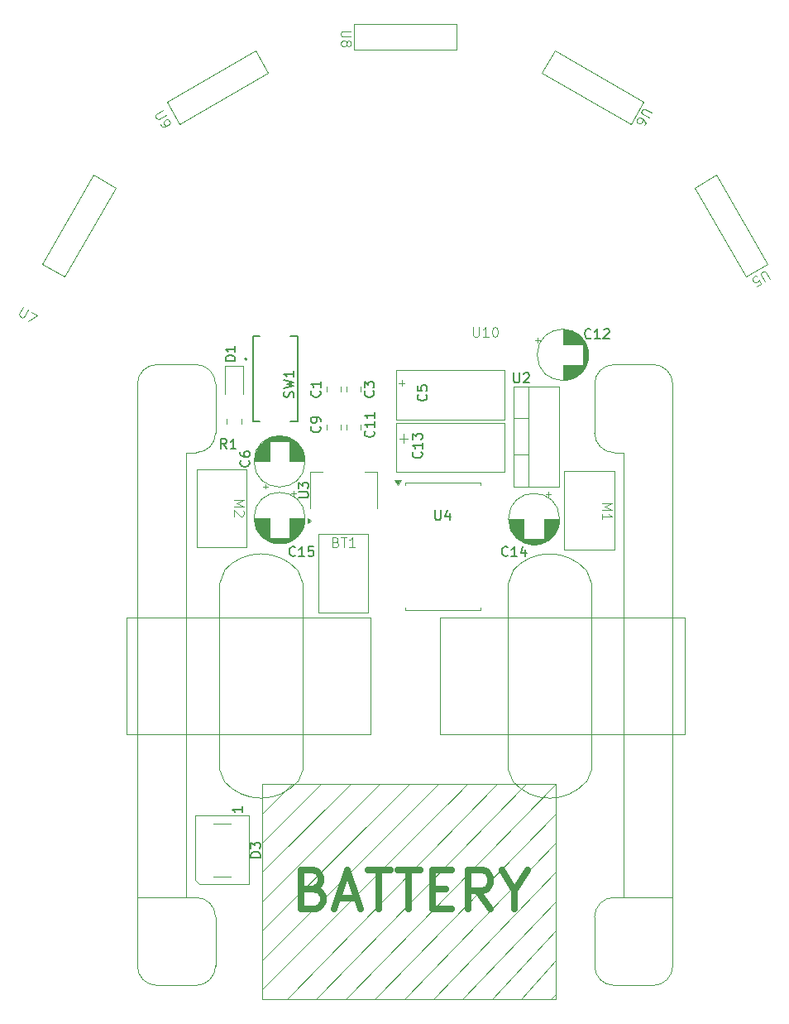
<source format=gbr>
%TF.GenerationSoftware,KiCad,Pcbnew,8.0.6*%
%TF.CreationDate,2025-03-04T23:13:55+07:00*%
%TF.ProjectId,micromouse,6d696372-6f6d-46f7-9573-652e6b696361,rev?*%
%TF.SameCoordinates,Original*%
%TF.FileFunction,Legend,Top*%
%TF.FilePolarity,Positive*%
%FSLAX46Y46*%
G04 Gerber Fmt 4.6, Leading zero omitted, Abs format (unit mm)*
G04 Created by KiCad (PCBNEW 8.0.6) date 2025-03-04 23:13:55*
%MOMM*%
%LPD*%
G01*
G04 APERTURE LIST*
%ADD10C,0.100000*%
%ADD11C,0.700000*%
%ADD12C,0.150000*%
%ADD13C,0.120000*%
%ADD14C,0.127000*%
%ADD15C,0.200000*%
G04 APERTURE END LIST*
D10*
X127099371Y-95643524D02*
G75*
G02*
X130850000Y-93950000I3750629J-3306476D01*
G01*
X157500000Y-139500000D02*
X161000000Y-135500000D01*
X165000000Y-131100000D02*
G75*
G02*
X167000000Y-129100000I2000000J0D01*
G01*
X164650000Y-96970000D02*
X164650000Y-115934000D01*
X123200000Y-129100000D02*
X118200000Y-129100000D01*
X134000000Y-117500000D02*
X131000000Y-120500000D01*
X134600629Y-95643524D02*
X135100000Y-96966000D01*
X140000000Y-117500000D02*
X131000000Y-126500000D01*
X126200000Y-136100000D02*
X126200000Y-131100000D01*
X127099371Y-117252476D02*
X126600000Y-115930000D01*
X131000000Y-135500000D02*
X149000000Y-117500000D01*
X131000000Y-129500000D02*
X143000000Y-117500000D01*
X171000000Y-74600000D02*
G75*
G02*
X173000000Y-76600000I0J-2000000D01*
G01*
X173000000Y-76600000D02*
X173000000Y-136100000D01*
X165000000Y-136100000D02*
X165000000Y-131100000D01*
X126200000Y-76600000D02*
X126200000Y-81600000D01*
X160400000Y-93954000D02*
G75*
G02*
X164150629Y-95647524I0J-5000000D01*
G01*
X120200000Y-138100000D02*
G75*
G02*
X118200000Y-136100000I0J2000000D01*
G01*
X120200000Y-138100000D02*
X124200000Y-138100000D01*
X124200000Y-129100000D02*
G75*
G02*
X126200000Y-131100000I0J-2000000D01*
G01*
X142500000Y-139500000D02*
X161000000Y-120500000D01*
X156649371Y-95647524D02*
G75*
G02*
X160400000Y-93954000I3750629J-3306476D01*
G01*
X124200000Y-83600000D02*
X123200000Y-83600000D01*
X164150629Y-95647524D02*
X164650000Y-96970000D01*
X145500000Y-139500000D02*
X161000000Y-123500000D01*
X168000000Y-83600000D02*
X168000000Y-129100000D01*
X130850000Y-118946000D02*
G75*
G02*
X127099371Y-117252476I0J5000000D01*
G01*
X134600629Y-117252476D02*
X135100000Y-115930000D01*
X160400000Y-118950000D02*
G75*
G02*
X156649371Y-117256476I0J5000000D01*
G01*
X164150629Y-117256476D02*
X164650000Y-115934000D01*
X164150629Y-117256476D02*
G75*
G02*
X160400000Y-118950000I-3750629J3306476D01*
G01*
X135100000Y-115930000D02*
X135100000Y-96966000D01*
X134600629Y-117252476D02*
G75*
G02*
X130850000Y-118946000I-3750629J3306476D01*
G01*
X152000000Y-117500000D02*
X150000000Y-119500000D01*
X131000000Y-132500000D02*
X146000000Y-117500000D01*
X131000000Y-138500000D02*
X152000000Y-117500000D01*
X155000000Y-117500000D02*
X133500000Y-139500000D01*
X139500000Y-139500000D02*
X161000000Y-117500000D01*
X167000000Y-83600000D02*
X168000000Y-83600000D01*
X161000000Y-132500000D02*
X154500000Y-139500000D01*
X118200000Y-76600000D02*
X118200000Y-136100000D01*
X156649371Y-95647524D02*
X156150000Y-96970000D01*
X171000000Y-138100000D02*
X167000000Y-138100000D01*
X160500000Y-139500000D02*
X161000000Y-139000000D01*
X126600000Y-96966000D02*
X126600000Y-115930000D01*
X167000000Y-138100000D02*
G75*
G02*
X165000000Y-136100000I0J2000000D01*
G01*
X168000000Y-129100000D02*
X173000000Y-129100000D01*
X136500000Y-139500000D02*
X158000000Y-117500000D01*
X124200000Y-74600000D02*
G75*
G02*
X126200000Y-76600000I0J-2000000D01*
G01*
X131000000Y-117500000D02*
X161000000Y-117500000D01*
X161000000Y-139500000D01*
X131000000Y-139500000D01*
X131000000Y-117500000D01*
X118200000Y-76600000D02*
G75*
G02*
X120200000Y-74600000I2000000J0D01*
G01*
X151500000Y-139500000D02*
X161000000Y-129500000D01*
X131000000Y-123500000D02*
X137000000Y-117500000D01*
X126200000Y-136100000D02*
G75*
G02*
X124200000Y-138100000I-2000000J0D01*
G01*
X127099371Y-95643524D02*
X126600000Y-96966000D01*
X167000000Y-83600000D02*
G75*
G02*
X165000000Y-81600000I0J2000000D01*
G01*
X120200000Y-74600000D02*
X124200000Y-74600000D01*
X156150000Y-96970000D02*
X156150000Y-115934000D01*
X171000000Y-74600000D02*
X167000000Y-74600000D01*
X117050000Y-100450000D02*
X142050000Y-100450000D01*
X142050000Y-112450000D01*
X117050000Y-112450000D01*
X117050000Y-100450000D01*
X123200000Y-83600000D02*
X123200000Y-129100000D01*
X173000000Y-136100000D02*
G75*
G02*
X171000000Y-138100000I-2000000J0D01*
G01*
X167000000Y-129100000D02*
X168000000Y-129100000D01*
X161000000Y-126500000D02*
X148500000Y-139500000D01*
X156649371Y-117256476D02*
X156150000Y-115934000D01*
X124200000Y-129100000D02*
X123200000Y-129100000D01*
X130850000Y-93950000D02*
G75*
G02*
X134600629Y-95643524I0J-5000000D01*
G01*
X149200000Y-100450000D02*
X174200000Y-100450000D01*
X174200000Y-112450000D01*
X149200000Y-112450000D01*
X149200000Y-100450000D01*
X143000000Y-117500000D02*
X141500000Y-119000000D01*
X165000000Y-76600000D02*
G75*
G02*
X167000000Y-74600000I2000000J0D01*
G01*
X126200000Y-81600000D02*
G75*
G02*
X124200000Y-83600000I-2000000J0D01*
G01*
X165000000Y-76600000D02*
X165000000Y-81600000D01*
D11*
X136250000Y-128218838D02*
X136821428Y-128409314D01*
X136821428Y-128409314D02*
X137011905Y-128599790D01*
X137011905Y-128599790D02*
X137202381Y-128980742D01*
X137202381Y-128980742D02*
X137202381Y-129552171D01*
X137202381Y-129552171D02*
X137011905Y-129933123D01*
X137011905Y-129933123D02*
X136821428Y-130123600D01*
X136821428Y-130123600D02*
X136440476Y-130314076D01*
X136440476Y-130314076D02*
X134916666Y-130314076D01*
X134916666Y-130314076D02*
X134916666Y-126314076D01*
X134916666Y-126314076D02*
X136250000Y-126314076D01*
X136250000Y-126314076D02*
X136630952Y-126504552D01*
X136630952Y-126504552D02*
X136821428Y-126695028D01*
X136821428Y-126695028D02*
X137011905Y-127075980D01*
X137011905Y-127075980D02*
X137011905Y-127456933D01*
X137011905Y-127456933D02*
X136821428Y-127837885D01*
X136821428Y-127837885D02*
X136630952Y-128028361D01*
X136630952Y-128028361D02*
X136250000Y-128218838D01*
X136250000Y-128218838D02*
X134916666Y-128218838D01*
X138726190Y-129171219D02*
X140630952Y-129171219D01*
X138345238Y-130314076D02*
X139678571Y-126314076D01*
X139678571Y-126314076D02*
X141011905Y-130314076D01*
X141773809Y-126314076D02*
X144059523Y-126314076D01*
X142916666Y-130314076D02*
X142916666Y-126314076D01*
X144821428Y-126314076D02*
X147107142Y-126314076D01*
X145964285Y-130314076D02*
X145964285Y-126314076D01*
X148440475Y-128218838D02*
X149773809Y-128218838D01*
X150345237Y-130314076D02*
X148440475Y-130314076D01*
X148440475Y-130314076D02*
X148440475Y-126314076D01*
X148440475Y-126314076D02*
X150345237Y-126314076D01*
X154345238Y-130314076D02*
X153011904Y-128409314D01*
X152059523Y-130314076D02*
X152059523Y-126314076D01*
X152059523Y-126314076D02*
X153583333Y-126314076D01*
X153583333Y-126314076D02*
X153964285Y-126504552D01*
X153964285Y-126504552D02*
X154154762Y-126695028D01*
X154154762Y-126695028D02*
X154345238Y-127075980D01*
X154345238Y-127075980D02*
X154345238Y-127647409D01*
X154345238Y-127647409D02*
X154154762Y-128028361D01*
X154154762Y-128028361D02*
X153964285Y-128218838D01*
X153964285Y-128218838D02*
X153583333Y-128409314D01*
X153583333Y-128409314D02*
X152059523Y-128409314D01*
X156821428Y-128409314D02*
X156821428Y-130314076D01*
X155488095Y-126314076D02*
X156821428Y-128409314D01*
X156821428Y-128409314D02*
X158154762Y-126314076D01*
D12*
X142339579Y-77291666D02*
X142387199Y-77339285D01*
X142387199Y-77339285D02*
X142434818Y-77482142D01*
X142434818Y-77482142D02*
X142434818Y-77577380D01*
X142434818Y-77577380D02*
X142387199Y-77720237D01*
X142387199Y-77720237D02*
X142291960Y-77815475D01*
X142291960Y-77815475D02*
X142196722Y-77863094D01*
X142196722Y-77863094D02*
X142006246Y-77910713D01*
X142006246Y-77910713D02*
X141863389Y-77910713D01*
X141863389Y-77910713D02*
X141672913Y-77863094D01*
X141672913Y-77863094D02*
X141577675Y-77815475D01*
X141577675Y-77815475D02*
X141482437Y-77720237D01*
X141482437Y-77720237D02*
X141434818Y-77577380D01*
X141434818Y-77577380D02*
X141434818Y-77482142D01*
X141434818Y-77482142D02*
X141482437Y-77339285D01*
X141482437Y-77339285D02*
X141530056Y-77291666D01*
X141434818Y-76958332D02*
X141434818Y-76339285D01*
X141434818Y-76339285D02*
X141815770Y-76672618D01*
X141815770Y-76672618D02*
X141815770Y-76529761D01*
X141815770Y-76529761D02*
X141863389Y-76434523D01*
X141863389Y-76434523D02*
X141911008Y-76386904D01*
X141911008Y-76386904D02*
X142006246Y-76339285D01*
X142006246Y-76339285D02*
X142244341Y-76339285D01*
X142244341Y-76339285D02*
X142339579Y-76386904D01*
X142339579Y-76386904D02*
X142387199Y-76434523D01*
X142387199Y-76434523D02*
X142434818Y-76529761D01*
X142434818Y-76529761D02*
X142434818Y-76815475D01*
X142434818Y-76815475D02*
X142387199Y-76910713D01*
X142387199Y-76910713D02*
X142339579Y-76958332D01*
X147259580Y-83542857D02*
X147307200Y-83590476D01*
X147307200Y-83590476D02*
X147354819Y-83733333D01*
X147354819Y-83733333D02*
X147354819Y-83828571D01*
X147354819Y-83828571D02*
X147307200Y-83971428D01*
X147307200Y-83971428D02*
X147211961Y-84066666D01*
X147211961Y-84066666D02*
X147116723Y-84114285D01*
X147116723Y-84114285D02*
X146926247Y-84161904D01*
X146926247Y-84161904D02*
X146783390Y-84161904D01*
X146783390Y-84161904D02*
X146592914Y-84114285D01*
X146592914Y-84114285D02*
X146497676Y-84066666D01*
X146497676Y-84066666D02*
X146402438Y-83971428D01*
X146402438Y-83971428D02*
X146354819Y-83828571D01*
X146354819Y-83828571D02*
X146354819Y-83733333D01*
X146354819Y-83733333D02*
X146402438Y-83590476D01*
X146402438Y-83590476D02*
X146450057Y-83542857D01*
X147354819Y-82590476D02*
X147354819Y-83161904D01*
X147354819Y-82876190D02*
X146354819Y-82876190D01*
X146354819Y-82876190D02*
X146497676Y-82971428D01*
X146497676Y-82971428D02*
X146592914Y-83066666D01*
X146592914Y-83066666D02*
X146640533Y-83161904D01*
X146354819Y-82257142D02*
X146354819Y-81638095D01*
X146354819Y-81638095D02*
X146735771Y-81971428D01*
X146735771Y-81971428D02*
X146735771Y-81828571D01*
X146735771Y-81828571D02*
X146783390Y-81733333D01*
X146783390Y-81733333D02*
X146831009Y-81685714D01*
X146831009Y-81685714D02*
X146926247Y-81638095D01*
X146926247Y-81638095D02*
X147164342Y-81638095D01*
X147164342Y-81638095D02*
X147259580Y-81685714D01*
X147259580Y-81685714D02*
X147307200Y-81733333D01*
X147307200Y-81733333D02*
X147354819Y-81828571D01*
X147354819Y-81828571D02*
X147354819Y-82114285D01*
X147354819Y-82114285D02*
X147307200Y-82209523D01*
X147307200Y-82209523D02*
X147259580Y-82257142D01*
X136859580Y-77291666D02*
X136907200Y-77339285D01*
X136907200Y-77339285D02*
X136954819Y-77482142D01*
X136954819Y-77482142D02*
X136954819Y-77577380D01*
X136954819Y-77577380D02*
X136907200Y-77720237D01*
X136907200Y-77720237D02*
X136811961Y-77815475D01*
X136811961Y-77815475D02*
X136716723Y-77863094D01*
X136716723Y-77863094D02*
X136526247Y-77910713D01*
X136526247Y-77910713D02*
X136383390Y-77910713D01*
X136383390Y-77910713D02*
X136192914Y-77863094D01*
X136192914Y-77863094D02*
X136097676Y-77815475D01*
X136097676Y-77815475D02*
X136002438Y-77720237D01*
X136002438Y-77720237D02*
X135954819Y-77577380D01*
X135954819Y-77577380D02*
X135954819Y-77482142D01*
X135954819Y-77482142D02*
X136002438Y-77339285D01*
X136002438Y-77339285D02*
X136050057Y-77291666D01*
X136954819Y-76339285D02*
X136954819Y-76910713D01*
X136954819Y-76624999D02*
X135954819Y-76624999D01*
X135954819Y-76624999D02*
X136097676Y-76720237D01*
X136097676Y-76720237D02*
X136192914Y-76815475D01*
X136192914Y-76815475D02*
X136240533Y-76910713D01*
X136859580Y-80916666D02*
X136907200Y-80964285D01*
X136907200Y-80964285D02*
X136954819Y-81107142D01*
X136954819Y-81107142D02*
X136954819Y-81202380D01*
X136954819Y-81202380D02*
X136907200Y-81345237D01*
X136907200Y-81345237D02*
X136811961Y-81440475D01*
X136811961Y-81440475D02*
X136716723Y-81488094D01*
X136716723Y-81488094D02*
X136526247Y-81535713D01*
X136526247Y-81535713D02*
X136383390Y-81535713D01*
X136383390Y-81535713D02*
X136192914Y-81488094D01*
X136192914Y-81488094D02*
X136097676Y-81440475D01*
X136097676Y-81440475D02*
X136002438Y-81345237D01*
X136002438Y-81345237D02*
X135954819Y-81202380D01*
X135954819Y-81202380D02*
X135954819Y-81107142D01*
X135954819Y-81107142D02*
X136002438Y-80964285D01*
X136002438Y-80964285D02*
X136050057Y-80916666D01*
X136954819Y-80440475D02*
X136954819Y-80249999D01*
X136954819Y-80249999D02*
X136907200Y-80154761D01*
X136907200Y-80154761D02*
X136859580Y-80107142D01*
X136859580Y-80107142D02*
X136716723Y-80011904D01*
X136716723Y-80011904D02*
X136526247Y-79964285D01*
X136526247Y-79964285D02*
X136145295Y-79964285D01*
X136145295Y-79964285D02*
X136050057Y-80011904D01*
X136050057Y-80011904D02*
X136002438Y-80059523D01*
X136002438Y-80059523D02*
X135954819Y-80154761D01*
X135954819Y-80154761D02*
X135954819Y-80345237D01*
X135954819Y-80345237D02*
X136002438Y-80440475D01*
X136002438Y-80440475D02*
X136050057Y-80488094D01*
X136050057Y-80488094D02*
X136145295Y-80535713D01*
X136145295Y-80535713D02*
X136383390Y-80535713D01*
X136383390Y-80535713D02*
X136478628Y-80488094D01*
X136478628Y-80488094D02*
X136526247Y-80440475D01*
X136526247Y-80440475D02*
X136573866Y-80345237D01*
X136573866Y-80345237D02*
X136573866Y-80154761D01*
X136573866Y-80154761D02*
X136526247Y-80059523D01*
X136526247Y-80059523D02*
X136478628Y-80011904D01*
X136478628Y-80011904D02*
X136383390Y-79964285D01*
D10*
X165742580Y-88770475D02*
X166742580Y-88770475D01*
X166742580Y-88770475D02*
X166028295Y-89103808D01*
X166028295Y-89103808D02*
X166742580Y-89437141D01*
X166742580Y-89437141D02*
X165742580Y-89437141D01*
X165742580Y-90437141D02*
X165742580Y-89865713D01*
X165742580Y-90151427D02*
X166742580Y-90151427D01*
X166742580Y-90151427D02*
X166599723Y-90056189D01*
X166599723Y-90056189D02*
X166504485Y-89960951D01*
X166504485Y-89960951D02*
X166456866Y-89865713D01*
X152561905Y-70757419D02*
X152561905Y-71566942D01*
X152561905Y-71566942D02*
X152609524Y-71662180D01*
X152609524Y-71662180D02*
X152657143Y-71709800D01*
X152657143Y-71709800D02*
X152752381Y-71757419D01*
X152752381Y-71757419D02*
X152942857Y-71757419D01*
X152942857Y-71757419D02*
X153038095Y-71709800D01*
X153038095Y-71709800D02*
X153085714Y-71662180D01*
X153085714Y-71662180D02*
X153133333Y-71566942D01*
X153133333Y-71566942D02*
X153133333Y-70757419D01*
X154133333Y-71757419D02*
X153561905Y-71757419D01*
X153847619Y-71757419D02*
X153847619Y-70757419D01*
X153847619Y-70757419D02*
X153752381Y-70900276D01*
X153752381Y-70900276D02*
X153657143Y-70995514D01*
X153657143Y-70995514D02*
X153561905Y-71043133D01*
X154752381Y-70757419D02*
X154847619Y-70757419D01*
X154847619Y-70757419D02*
X154942857Y-70805038D01*
X154942857Y-70805038D02*
X154990476Y-70852657D01*
X154990476Y-70852657D02*
X155038095Y-70947895D01*
X155038095Y-70947895D02*
X155085714Y-71138371D01*
X155085714Y-71138371D02*
X155085714Y-71376466D01*
X155085714Y-71376466D02*
X155038095Y-71566942D01*
X155038095Y-71566942D02*
X154990476Y-71662180D01*
X154990476Y-71662180D02*
X154942857Y-71709800D01*
X154942857Y-71709800D02*
X154847619Y-71757419D01*
X154847619Y-71757419D02*
X154752381Y-71757419D01*
X154752381Y-71757419D02*
X154657143Y-71709800D01*
X154657143Y-71709800D02*
X154609524Y-71662180D01*
X154609524Y-71662180D02*
X154561905Y-71566942D01*
X154561905Y-71566942D02*
X154514286Y-71376466D01*
X154514286Y-71376466D02*
X154514286Y-71138371D01*
X154514286Y-71138371D02*
X154561905Y-70947895D01*
X154561905Y-70947895D02*
X154609524Y-70852657D01*
X154609524Y-70852657D02*
X154657143Y-70805038D01*
X154657143Y-70805038D02*
X154752381Y-70757419D01*
D12*
X134157200Y-77933332D02*
X134204819Y-77790475D01*
X134204819Y-77790475D02*
X134204819Y-77552380D01*
X134204819Y-77552380D02*
X134157200Y-77457142D01*
X134157200Y-77457142D02*
X134109580Y-77409523D01*
X134109580Y-77409523D02*
X134014342Y-77361904D01*
X134014342Y-77361904D02*
X133919104Y-77361904D01*
X133919104Y-77361904D02*
X133823866Y-77409523D01*
X133823866Y-77409523D02*
X133776247Y-77457142D01*
X133776247Y-77457142D02*
X133728628Y-77552380D01*
X133728628Y-77552380D02*
X133681009Y-77742856D01*
X133681009Y-77742856D02*
X133633390Y-77838094D01*
X133633390Y-77838094D02*
X133585771Y-77885713D01*
X133585771Y-77885713D02*
X133490533Y-77933332D01*
X133490533Y-77933332D02*
X133395295Y-77933332D01*
X133395295Y-77933332D02*
X133300057Y-77885713D01*
X133300057Y-77885713D02*
X133252438Y-77838094D01*
X133252438Y-77838094D02*
X133204819Y-77742856D01*
X133204819Y-77742856D02*
X133204819Y-77504761D01*
X133204819Y-77504761D02*
X133252438Y-77361904D01*
X133204819Y-77028570D02*
X134204819Y-76790475D01*
X134204819Y-76790475D02*
X133490533Y-76599999D01*
X133490533Y-76599999D02*
X134204819Y-76409523D01*
X134204819Y-76409523D02*
X133204819Y-76171428D01*
X134204819Y-75266666D02*
X134204819Y-75838094D01*
X134204819Y-75552380D02*
X133204819Y-75552380D01*
X133204819Y-75552380D02*
X133347676Y-75647618D01*
X133347676Y-75647618D02*
X133442914Y-75742856D01*
X133442914Y-75742856D02*
X133490533Y-75838094D01*
X156738095Y-75454819D02*
X156738095Y-76264342D01*
X156738095Y-76264342D02*
X156785714Y-76359580D01*
X156785714Y-76359580D02*
X156833333Y-76407200D01*
X156833333Y-76407200D02*
X156928571Y-76454819D01*
X156928571Y-76454819D02*
X157119047Y-76454819D01*
X157119047Y-76454819D02*
X157214285Y-76407200D01*
X157214285Y-76407200D02*
X157261904Y-76359580D01*
X157261904Y-76359580D02*
X157309523Y-76264342D01*
X157309523Y-76264342D02*
X157309523Y-75454819D01*
X157738095Y-75550057D02*
X157785714Y-75502438D01*
X157785714Y-75502438D02*
X157880952Y-75454819D01*
X157880952Y-75454819D02*
X158119047Y-75454819D01*
X158119047Y-75454819D02*
X158214285Y-75502438D01*
X158214285Y-75502438D02*
X158261904Y-75550057D01*
X158261904Y-75550057D02*
X158309523Y-75645295D01*
X158309523Y-75645295D02*
X158309523Y-75740533D01*
X158309523Y-75740533D02*
X158261904Y-75883390D01*
X158261904Y-75883390D02*
X157690476Y-76454819D01*
X157690476Y-76454819D02*
X158309523Y-76454819D01*
X148688095Y-89504819D02*
X148688095Y-90314342D01*
X148688095Y-90314342D02*
X148735714Y-90409580D01*
X148735714Y-90409580D02*
X148783333Y-90457200D01*
X148783333Y-90457200D02*
X148878571Y-90504819D01*
X148878571Y-90504819D02*
X149069047Y-90504819D01*
X149069047Y-90504819D02*
X149164285Y-90457200D01*
X149164285Y-90457200D02*
X149211904Y-90409580D01*
X149211904Y-90409580D02*
X149259523Y-90314342D01*
X149259523Y-90314342D02*
X149259523Y-89504819D01*
X150164285Y-89838152D02*
X150164285Y-90504819D01*
X149926190Y-89457200D02*
X149688095Y-90171485D01*
X149688095Y-90171485D02*
X150307142Y-90171485D01*
X164607142Y-71859580D02*
X164559523Y-71907200D01*
X164559523Y-71907200D02*
X164416666Y-71954819D01*
X164416666Y-71954819D02*
X164321428Y-71954819D01*
X164321428Y-71954819D02*
X164178571Y-71907200D01*
X164178571Y-71907200D02*
X164083333Y-71811961D01*
X164083333Y-71811961D02*
X164035714Y-71716723D01*
X164035714Y-71716723D02*
X163988095Y-71526247D01*
X163988095Y-71526247D02*
X163988095Y-71383390D01*
X163988095Y-71383390D02*
X164035714Y-71192914D01*
X164035714Y-71192914D02*
X164083333Y-71097676D01*
X164083333Y-71097676D02*
X164178571Y-71002438D01*
X164178571Y-71002438D02*
X164321428Y-70954819D01*
X164321428Y-70954819D02*
X164416666Y-70954819D01*
X164416666Y-70954819D02*
X164559523Y-71002438D01*
X164559523Y-71002438D02*
X164607142Y-71050057D01*
X165559523Y-71954819D02*
X164988095Y-71954819D01*
X165273809Y-71954819D02*
X165273809Y-70954819D01*
X165273809Y-70954819D02*
X165178571Y-71097676D01*
X165178571Y-71097676D02*
X165083333Y-71192914D01*
X165083333Y-71192914D02*
X164988095Y-71240533D01*
X165940476Y-71050057D02*
X165988095Y-71002438D01*
X165988095Y-71002438D02*
X166083333Y-70954819D01*
X166083333Y-70954819D02*
X166321428Y-70954819D01*
X166321428Y-70954819D02*
X166416666Y-71002438D01*
X166416666Y-71002438D02*
X166464285Y-71050057D01*
X166464285Y-71050057D02*
X166511904Y-71145295D01*
X166511904Y-71145295D02*
X166511904Y-71240533D01*
X166511904Y-71240533D02*
X166464285Y-71383390D01*
X166464285Y-71383390D02*
X165892857Y-71954819D01*
X165892857Y-71954819D02*
X166511904Y-71954819D01*
X134357142Y-94109580D02*
X134309523Y-94157200D01*
X134309523Y-94157200D02*
X134166666Y-94204819D01*
X134166666Y-94204819D02*
X134071428Y-94204819D01*
X134071428Y-94204819D02*
X133928571Y-94157200D01*
X133928571Y-94157200D02*
X133833333Y-94061961D01*
X133833333Y-94061961D02*
X133785714Y-93966723D01*
X133785714Y-93966723D02*
X133738095Y-93776247D01*
X133738095Y-93776247D02*
X133738095Y-93633390D01*
X133738095Y-93633390D02*
X133785714Y-93442914D01*
X133785714Y-93442914D02*
X133833333Y-93347676D01*
X133833333Y-93347676D02*
X133928571Y-93252438D01*
X133928571Y-93252438D02*
X134071428Y-93204819D01*
X134071428Y-93204819D02*
X134166666Y-93204819D01*
X134166666Y-93204819D02*
X134309523Y-93252438D01*
X134309523Y-93252438D02*
X134357142Y-93300057D01*
X135309523Y-94204819D02*
X134738095Y-94204819D01*
X135023809Y-94204819D02*
X135023809Y-93204819D01*
X135023809Y-93204819D02*
X134928571Y-93347676D01*
X134928571Y-93347676D02*
X134833333Y-93442914D01*
X134833333Y-93442914D02*
X134738095Y-93490533D01*
X136214285Y-93204819D02*
X135738095Y-93204819D01*
X135738095Y-93204819D02*
X135690476Y-93681009D01*
X135690476Y-93681009D02*
X135738095Y-93633390D01*
X135738095Y-93633390D02*
X135833333Y-93585771D01*
X135833333Y-93585771D02*
X136071428Y-93585771D01*
X136071428Y-93585771D02*
X136166666Y-93633390D01*
X136166666Y-93633390D02*
X136214285Y-93681009D01*
X136214285Y-93681009D02*
X136261904Y-93776247D01*
X136261904Y-93776247D02*
X136261904Y-94014342D01*
X136261904Y-94014342D02*
X136214285Y-94109580D01*
X136214285Y-94109580D02*
X136166666Y-94157200D01*
X136166666Y-94157200D02*
X136071428Y-94204819D01*
X136071428Y-94204819D02*
X135833333Y-94204819D01*
X135833333Y-94204819D02*
X135738095Y-94157200D01*
X135738095Y-94157200D02*
X135690476Y-94109580D01*
D10*
X170850841Y-48861461D02*
X170149773Y-48456699D01*
X170149773Y-48456699D02*
X170043484Y-48450319D01*
X170043484Y-48450319D02*
X169978436Y-48467749D01*
X169978436Y-48467749D02*
X169889577Y-48526418D01*
X169889577Y-48526418D02*
X169794339Y-48691376D01*
X169794339Y-48691376D02*
X169787959Y-48797664D01*
X169787959Y-48797664D02*
X169805389Y-48862712D01*
X169805389Y-48862712D02*
X169864058Y-48951571D01*
X169864058Y-48951571D02*
X170565126Y-49356333D01*
X170112746Y-50139880D02*
X170207984Y-49974922D01*
X170207984Y-49974922D02*
X170214363Y-49868634D01*
X170214363Y-49868634D02*
X170196934Y-49803585D01*
X170196934Y-49803585D02*
X170120835Y-49649678D01*
X170120835Y-49649678D02*
X169979687Y-49513201D01*
X169979687Y-49513201D02*
X169649773Y-49322725D01*
X169649773Y-49322725D02*
X169543484Y-49316345D01*
X169543484Y-49316345D02*
X169478436Y-49333775D01*
X169478436Y-49333775D02*
X169389577Y-49392444D01*
X169389577Y-49392444D02*
X169294339Y-49557401D01*
X169294339Y-49557401D02*
X169287959Y-49663689D01*
X169287959Y-49663689D02*
X169305389Y-49728738D01*
X169305389Y-49728738D02*
X169364058Y-49817596D01*
X169364058Y-49817596D02*
X169570255Y-49936644D01*
X169570255Y-49936644D02*
X169676543Y-49943024D01*
X169676543Y-49943024D02*
X169741592Y-49925594D01*
X169741592Y-49925594D02*
X169830450Y-49866925D01*
X169830450Y-49866925D02*
X169925688Y-49701967D01*
X169925688Y-49701967D02*
X169932068Y-49595679D01*
X169932068Y-49595679D02*
X169914638Y-49530631D01*
X169914638Y-49530631D02*
X169855969Y-49441772D01*
D12*
X147759580Y-77666666D02*
X147807200Y-77714285D01*
X147807200Y-77714285D02*
X147854819Y-77857142D01*
X147854819Y-77857142D02*
X147854819Y-77952380D01*
X147854819Y-77952380D02*
X147807200Y-78095237D01*
X147807200Y-78095237D02*
X147711961Y-78190475D01*
X147711961Y-78190475D02*
X147616723Y-78238094D01*
X147616723Y-78238094D02*
X147426247Y-78285713D01*
X147426247Y-78285713D02*
X147283390Y-78285713D01*
X147283390Y-78285713D02*
X147092914Y-78238094D01*
X147092914Y-78238094D02*
X146997676Y-78190475D01*
X146997676Y-78190475D02*
X146902438Y-78095237D01*
X146902438Y-78095237D02*
X146854819Y-77952380D01*
X146854819Y-77952380D02*
X146854819Y-77857142D01*
X146854819Y-77857142D02*
X146902438Y-77714285D01*
X146902438Y-77714285D02*
X146950057Y-77666666D01*
X146854819Y-76761904D02*
X146854819Y-77238094D01*
X146854819Y-77238094D02*
X147331009Y-77285713D01*
X147331009Y-77285713D02*
X147283390Y-77238094D01*
X147283390Y-77238094D02*
X147235771Y-77142856D01*
X147235771Y-77142856D02*
X147235771Y-76904761D01*
X147235771Y-76904761D02*
X147283390Y-76809523D01*
X147283390Y-76809523D02*
X147331009Y-76761904D01*
X147331009Y-76761904D02*
X147426247Y-76714285D01*
X147426247Y-76714285D02*
X147664342Y-76714285D01*
X147664342Y-76714285D02*
X147759580Y-76761904D01*
X147759580Y-76761904D02*
X147807200Y-76809523D01*
X147807200Y-76809523D02*
X147854819Y-76904761D01*
X147854819Y-76904761D02*
X147854819Y-77142856D01*
X147854819Y-77142856D02*
X147807200Y-77238094D01*
X147807200Y-77238094D02*
X147759580Y-77285713D01*
X128204819Y-74238094D02*
X127204819Y-74238094D01*
X127204819Y-74238094D02*
X127204819Y-73999999D01*
X127204819Y-73999999D02*
X127252438Y-73857142D01*
X127252438Y-73857142D02*
X127347676Y-73761904D01*
X127347676Y-73761904D02*
X127442914Y-73714285D01*
X127442914Y-73714285D02*
X127633390Y-73666666D01*
X127633390Y-73666666D02*
X127776247Y-73666666D01*
X127776247Y-73666666D02*
X127966723Y-73714285D01*
X127966723Y-73714285D02*
X128061961Y-73761904D01*
X128061961Y-73761904D02*
X128157200Y-73857142D01*
X128157200Y-73857142D02*
X128204819Y-73999999D01*
X128204819Y-73999999D02*
X128204819Y-74238094D01*
X128204819Y-72714285D02*
X128204819Y-73285713D01*
X128204819Y-72999999D02*
X127204819Y-72999999D01*
X127204819Y-72999999D02*
X127347676Y-73095237D01*
X127347676Y-73095237D02*
X127442914Y-73190475D01*
X127442914Y-73190475D02*
X127490533Y-73285713D01*
X142359580Y-81392857D02*
X142407200Y-81440476D01*
X142407200Y-81440476D02*
X142454819Y-81583333D01*
X142454819Y-81583333D02*
X142454819Y-81678571D01*
X142454819Y-81678571D02*
X142407200Y-81821428D01*
X142407200Y-81821428D02*
X142311961Y-81916666D01*
X142311961Y-81916666D02*
X142216723Y-81964285D01*
X142216723Y-81964285D02*
X142026247Y-82011904D01*
X142026247Y-82011904D02*
X141883390Y-82011904D01*
X141883390Y-82011904D02*
X141692914Y-81964285D01*
X141692914Y-81964285D02*
X141597676Y-81916666D01*
X141597676Y-81916666D02*
X141502438Y-81821428D01*
X141502438Y-81821428D02*
X141454819Y-81678571D01*
X141454819Y-81678571D02*
X141454819Y-81583333D01*
X141454819Y-81583333D02*
X141502438Y-81440476D01*
X141502438Y-81440476D02*
X141550057Y-81392857D01*
X142454819Y-80440476D02*
X142454819Y-81011904D01*
X142454819Y-80726190D02*
X141454819Y-80726190D01*
X141454819Y-80726190D02*
X141597676Y-80821428D01*
X141597676Y-80821428D02*
X141692914Y-80916666D01*
X141692914Y-80916666D02*
X141740533Y-81011904D01*
X142454819Y-79488095D02*
X142454819Y-80059523D01*
X142454819Y-79773809D02*
X141454819Y-79773809D01*
X141454819Y-79773809D02*
X141597676Y-79869047D01*
X141597676Y-79869047D02*
X141692914Y-79964285D01*
X141692914Y-79964285D02*
X141740533Y-80059523D01*
D10*
X138514285Y-92743607D02*
X138657142Y-92791226D01*
X138657142Y-92791226D02*
X138704761Y-92838845D01*
X138704761Y-92838845D02*
X138752380Y-92934083D01*
X138752380Y-92934083D02*
X138752380Y-93076940D01*
X138752380Y-93076940D02*
X138704761Y-93172178D01*
X138704761Y-93172178D02*
X138657142Y-93219798D01*
X138657142Y-93219798D02*
X138561904Y-93267417D01*
X138561904Y-93267417D02*
X138180952Y-93267417D01*
X138180952Y-93267417D02*
X138180952Y-92267417D01*
X138180952Y-92267417D02*
X138514285Y-92267417D01*
X138514285Y-92267417D02*
X138609523Y-92315036D01*
X138609523Y-92315036D02*
X138657142Y-92362655D01*
X138657142Y-92362655D02*
X138704761Y-92457893D01*
X138704761Y-92457893D02*
X138704761Y-92553131D01*
X138704761Y-92553131D02*
X138657142Y-92648369D01*
X138657142Y-92648369D02*
X138609523Y-92695988D01*
X138609523Y-92695988D02*
X138514285Y-92743607D01*
X138514285Y-92743607D02*
X138180952Y-92743607D01*
X139038095Y-92267417D02*
X139609523Y-92267417D01*
X139323809Y-93267417D02*
X139323809Y-92267417D01*
X140466666Y-93267417D02*
X139895238Y-93267417D01*
X140180952Y-93267417D02*
X140180952Y-92267417D01*
X140180952Y-92267417D02*
X140085714Y-92410274D01*
X140085714Y-92410274D02*
X139990476Y-92505512D01*
X139990476Y-92505512D02*
X139895238Y-92553131D01*
X106516461Y-68720368D02*
X106111699Y-69421436D01*
X106111699Y-69421436D02*
X106105319Y-69527725D01*
X106105319Y-69527725D02*
X106122749Y-69592773D01*
X106122749Y-69592773D02*
X106181418Y-69681632D01*
X106181418Y-69681632D02*
X106346376Y-69776870D01*
X106346376Y-69776870D02*
X106452664Y-69783250D01*
X106452664Y-69783250D02*
X106517712Y-69765820D01*
X106517712Y-69765820D02*
X106606571Y-69707151D01*
X106606571Y-69707151D02*
X107011333Y-69006083D01*
X107341247Y-69196559D02*
X107918597Y-69529892D01*
X107918597Y-69529892D02*
X107047444Y-70181632D01*
X120838936Y-48568880D02*
X120137868Y-48973642D01*
X120137868Y-48973642D02*
X120079199Y-49062500D01*
X120079199Y-49062500D02*
X120061769Y-49127549D01*
X120061769Y-49127549D02*
X120068149Y-49233837D01*
X120068149Y-49233837D02*
X120163387Y-49398795D01*
X120163387Y-49398795D02*
X120252245Y-49457464D01*
X120252245Y-49457464D02*
X120317294Y-49474893D01*
X120317294Y-49474893D02*
X120423582Y-49468514D01*
X120423582Y-49468514D02*
X121124650Y-49063752D01*
X120520530Y-50017384D02*
X120615768Y-50182341D01*
X120615768Y-50182341D02*
X120704626Y-50241010D01*
X120704626Y-50241010D02*
X120769675Y-50258440D01*
X120769675Y-50258440D02*
X120941012Y-50269490D01*
X120941012Y-50269490D02*
X121129779Y-50215491D01*
X121129779Y-50215491D02*
X121459693Y-50025015D01*
X121459693Y-50025015D02*
X121518362Y-49936157D01*
X121518362Y-49936157D02*
X121535792Y-49871108D01*
X121535792Y-49871108D02*
X121529412Y-49764820D01*
X121529412Y-49764820D02*
X121434174Y-49599863D01*
X121434174Y-49599863D02*
X121345316Y-49541194D01*
X121345316Y-49541194D02*
X121280267Y-49523764D01*
X121280267Y-49523764D02*
X121173979Y-49530144D01*
X121173979Y-49530144D02*
X120967782Y-49649191D01*
X120967782Y-49649191D02*
X120909113Y-49738050D01*
X120909113Y-49738050D02*
X120891683Y-49803098D01*
X120891683Y-49803098D02*
X120898063Y-49909387D01*
X120898063Y-49909387D02*
X120993301Y-50074344D01*
X120993301Y-50074344D02*
X121082160Y-50133013D01*
X121082160Y-50133013D02*
X121147208Y-50150443D01*
X121147208Y-50150443D02*
X121253497Y-50144063D01*
D12*
X134704819Y-88211903D02*
X135514342Y-88211903D01*
X135514342Y-88211903D02*
X135609580Y-88164284D01*
X135609580Y-88164284D02*
X135657200Y-88116665D01*
X135657200Y-88116665D02*
X135704819Y-88021427D01*
X135704819Y-88021427D02*
X135704819Y-87830951D01*
X135704819Y-87830951D02*
X135657200Y-87735713D01*
X135657200Y-87735713D02*
X135609580Y-87688094D01*
X135609580Y-87688094D02*
X135514342Y-87640475D01*
X135514342Y-87640475D02*
X134704819Y-87640475D01*
X134704819Y-87259522D02*
X134704819Y-86640475D01*
X134704819Y-86640475D02*
X135085771Y-86973808D01*
X135085771Y-86973808D02*
X135085771Y-86830951D01*
X135085771Y-86830951D02*
X135133390Y-86735713D01*
X135133390Y-86735713D02*
X135181009Y-86688094D01*
X135181009Y-86688094D02*
X135276247Y-86640475D01*
X135276247Y-86640475D02*
X135514342Y-86640475D01*
X135514342Y-86640475D02*
X135609580Y-86688094D01*
X135609580Y-86688094D02*
X135657200Y-86735713D01*
X135657200Y-86735713D02*
X135704819Y-86830951D01*
X135704819Y-86830951D02*
X135704819Y-87116665D01*
X135704819Y-87116665D02*
X135657200Y-87211903D01*
X135657200Y-87211903D02*
X135609580Y-87259522D01*
D10*
X182931119Y-65838936D02*
X182526357Y-65137868D01*
X182526357Y-65137868D02*
X182437499Y-65079199D01*
X182437499Y-65079199D02*
X182372450Y-65061769D01*
X182372450Y-65061769D02*
X182266162Y-65068149D01*
X182266162Y-65068149D02*
X182101204Y-65163387D01*
X182101204Y-65163387D02*
X182042535Y-65252245D01*
X182042535Y-65252245D02*
X182025106Y-65317294D01*
X182025106Y-65317294D02*
X182031485Y-65423582D01*
X182031485Y-65423582D02*
X182436247Y-66124650D01*
X181611461Y-66600841D02*
X182023854Y-66362746D01*
X182023854Y-66362746D02*
X181826998Y-65926543D01*
X181826998Y-65926543D02*
X181809568Y-65991592D01*
X181809568Y-65991592D02*
X181750899Y-66080450D01*
X181750899Y-66080450D02*
X181544703Y-66199498D01*
X181544703Y-66199498D02*
X181438415Y-66205877D01*
X181438415Y-66205877D02*
X181373366Y-66188448D01*
X181373366Y-66188448D02*
X181284508Y-66129779D01*
X181284508Y-66129779D02*
X181165460Y-65923582D01*
X181165460Y-65923582D02*
X181159080Y-65817294D01*
X181159080Y-65817294D02*
X181176510Y-65752245D01*
X181176510Y-65752245D02*
X181235179Y-65663387D01*
X181235179Y-65663387D02*
X181441376Y-65544339D01*
X181441376Y-65544339D02*
X181547664Y-65537959D01*
X181547664Y-65537959D02*
X181612713Y-65555389D01*
D12*
X129609580Y-84416666D02*
X129657200Y-84464285D01*
X129657200Y-84464285D02*
X129704819Y-84607142D01*
X129704819Y-84607142D02*
X129704819Y-84702380D01*
X129704819Y-84702380D02*
X129657200Y-84845237D01*
X129657200Y-84845237D02*
X129561961Y-84940475D01*
X129561961Y-84940475D02*
X129466723Y-84988094D01*
X129466723Y-84988094D02*
X129276247Y-85035713D01*
X129276247Y-85035713D02*
X129133390Y-85035713D01*
X129133390Y-85035713D02*
X128942914Y-84988094D01*
X128942914Y-84988094D02*
X128847676Y-84940475D01*
X128847676Y-84940475D02*
X128752438Y-84845237D01*
X128752438Y-84845237D02*
X128704819Y-84702380D01*
X128704819Y-84702380D02*
X128704819Y-84607142D01*
X128704819Y-84607142D02*
X128752438Y-84464285D01*
X128752438Y-84464285D02*
X128800057Y-84416666D01*
X128704819Y-83559523D02*
X128704819Y-83749999D01*
X128704819Y-83749999D02*
X128752438Y-83845237D01*
X128752438Y-83845237D02*
X128800057Y-83892856D01*
X128800057Y-83892856D02*
X128942914Y-83988094D01*
X128942914Y-83988094D02*
X129133390Y-84035713D01*
X129133390Y-84035713D02*
X129514342Y-84035713D01*
X129514342Y-84035713D02*
X129609580Y-83988094D01*
X129609580Y-83988094D02*
X129657200Y-83940475D01*
X129657200Y-83940475D02*
X129704819Y-83845237D01*
X129704819Y-83845237D02*
X129704819Y-83654761D01*
X129704819Y-83654761D02*
X129657200Y-83559523D01*
X129657200Y-83559523D02*
X129609580Y-83511904D01*
X129609580Y-83511904D02*
X129514342Y-83464285D01*
X129514342Y-83464285D02*
X129276247Y-83464285D01*
X129276247Y-83464285D02*
X129181009Y-83511904D01*
X129181009Y-83511904D02*
X129133390Y-83559523D01*
X129133390Y-83559523D02*
X129085771Y-83654761D01*
X129085771Y-83654761D02*
X129085771Y-83845237D01*
X129085771Y-83845237D02*
X129133390Y-83940475D01*
X129133390Y-83940475D02*
X129181009Y-83988094D01*
X129181009Y-83988094D02*
X129276247Y-84035713D01*
X130804819Y-124988094D02*
X129804819Y-124988094D01*
X129804819Y-124988094D02*
X129804819Y-124749999D01*
X129804819Y-124749999D02*
X129852438Y-124607142D01*
X129852438Y-124607142D02*
X129947676Y-124511904D01*
X129947676Y-124511904D02*
X130042914Y-124464285D01*
X130042914Y-124464285D02*
X130233390Y-124416666D01*
X130233390Y-124416666D02*
X130376247Y-124416666D01*
X130376247Y-124416666D02*
X130566723Y-124464285D01*
X130566723Y-124464285D02*
X130661961Y-124511904D01*
X130661961Y-124511904D02*
X130757200Y-124607142D01*
X130757200Y-124607142D02*
X130804819Y-124749999D01*
X130804819Y-124749999D02*
X130804819Y-124988094D01*
X129804819Y-124083332D02*
X129804819Y-123464285D01*
X129804819Y-123464285D02*
X130185771Y-123797618D01*
X130185771Y-123797618D02*
X130185771Y-123654761D01*
X130185771Y-123654761D02*
X130233390Y-123559523D01*
X130233390Y-123559523D02*
X130281009Y-123511904D01*
X130281009Y-123511904D02*
X130376247Y-123464285D01*
X130376247Y-123464285D02*
X130614342Y-123464285D01*
X130614342Y-123464285D02*
X130709580Y-123511904D01*
X130709580Y-123511904D02*
X130757200Y-123559523D01*
X130757200Y-123559523D02*
X130804819Y-123654761D01*
X130804819Y-123654761D02*
X130804819Y-123940475D01*
X130804819Y-123940475D02*
X130757200Y-124035713D01*
X130757200Y-124035713D02*
X130709580Y-124083332D01*
X128904819Y-119814285D02*
X128904819Y-120385713D01*
X128904819Y-120099999D02*
X127904819Y-120099999D01*
X127904819Y-120099999D02*
X128047676Y-120195237D01*
X128047676Y-120195237D02*
X128142914Y-120290475D01*
X128142914Y-120290475D02*
X128190533Y-120385713D01*
D10*
X128092580Y-88440476D02*
X129092580Y-88440476D01*
X129092580Y-88440476D02*
X128378295Y-88773809D01*
X128378295Y-88773809D02*
X129092580Y-89107142D01*
X129092580Y-89107142D02*
X128092580Y-89107142D01*
X128997342Y-89535714D02*
X129044961Y-89583333D01*
X129044961Y-89583333D02*
X129092580Y-89678571D01*
X129092580Y-89678571D02*
X129092580Y-89916666D01*
X129092580Y-89916666D02*
X129044961Y-90011904D01*
X129044961Y-90011904D02*
X128997342Y-90059523D01*
X128997342Y-90059523D02*
X128902104Y-90107142D01*
X128902104Y-90107142D02*
X128806866Y-90107142D01*
X128806866Y-90107142D02*
X128664009Y-90059523D01*
X128664009Y-90059523D02*
X128092580Y-89488095D01*
X128092580Y-89488095D02*
X128092580Y-90107142D01*
D12*
X127333333Y-83204819D02*
X127000000Y-82728628D01*
X126761905Y-83204819D02*
X126761905Y-82204819D01*
X126761905Y-82204819D02*
X127142857Y-82204819D01*
X127142857Y-82204819D02*
X127238095Y-82252438D01*
X127238095Y-82252438D02*
X127285714Y-82300057D01*
X127285714Y-82300057D02*
X127333333Y-82395295D01*
X127333333Y-82395295D02*
X127333333Y-82538152D01*
X127333333Y-82538152D02*
X127285714Y-82633390D01*
X127285714Y-82633390D02*
X127238095Y-82681009D01*
X127238095Y-82681009D02*
X127142857Y-82728628D01*
X127142857Y-82728628D02*
X126761905Y-82728628D01*
X128285714Y-83204819D02*
X127714286Y-83204819D01*
X128000000Y-83204819D02*
X128000000Y-82204819D01*
X128000000Y-82204819D02*
X127904762Y-82347676D01*
X127904762Y-82347676D02*
X127809524Y-82442914D01*
X127809524Y-82442914D02*
X127714286Y-82490533D01*
X156107142Y-94109580D02*
X156059523Y-94157200D01*
X156059523Y-94157200D02*
X155916666Y-94204819D01*
X155916666Y-94204819D02*
X155821428Y-94204819D01*
X155821428Y-94204819D02*
X155678571Y-94157200D01*
X155678571Y-94157200D02*
X155583333Y-94061961D01*
X155583333Y-94061961D02*
X155535714Y-93966723D01*
X155535714Y-93966723D02*
X155488095Y-93776247D01*
X155488095Y-93776247D02*
X155488095Y-93633390D01*
X155488095Y-93633390D02*
X155535714Y-93442914D01*
X155535714Y-93442914D02*
X155583333Y-93347676D01*
X155583333Y-93347676D02*
X155678571Y-93252438D01*
X155678571Y-93252438D02*
X155821428Y-93204819D01*
X155821428Y-93204819D02*
X155916666Y-93204819D01*
X155916666Y-93204819D02*
X156059523Y-93252438D01*
X156059523Y-93252438D02*
X156107142Y-93300057D01*
X157059523Y-94204819D02*
X156488095Y-94204819D01*
X156773809Y-94204819D02*
X156773809Y-93204819D01*
X156773809Y-93204819D02*
X156678571Y-93347676D01*
X156678571Y-93347676D02*
X156583333Y-93442914D01*
X156583333Y-93442914D02*
X156488095Y-93490533D01*
X157916666Y-93538152D02*
X157916666Y-94204819D01*
X157678571Y-93157200D02*
X157440476Y-93871485D01*
X157440476Y-93871485D02*
X158059523Y-93871485D01*
D10*
X140042580Y-40488095D02*
X139233057Y-40488095D01*
X139233057Y-40488095D02*
X139137819Y-40535714D01*
X139137819Y-40535714D02*
X139090200Y-40583333D01*
X139090200Y-40583333D02*
X139042580Y-40678571D01*
X139042580Y-40678571D02*
X139042580Y-40869047D01*
X139042580Y-40869047D02*
X139090200Y-40964285D01*
X139090200Y-40964285D02*
X139137819Y-41011904D01*
X139137819Y-41011904D02*
X139233057Y-41059523D01*
X139233057Y-41059523D02*
X140042580Y-41059523D01*
X139614009Y-41678571D02*
X139661628Y-41583333D01*
X139661628Y-41583333D02*
X139709247Y-41535714D01*
X139709247Y-41535714D02*
X139804485Y-41488095D01*
X139804485Y-41488095D02*
X139852104Y-41488095D01*
X139852104Y-41488095D02*
X139947342Y-41535714D01*
X139947342Y-41535714D02*
X139994961Y-41583333D01*
X139994961Y-41583333D02*
X140042580Y-41678571D01*
X140042580Y-41678571D02*
X140042580Y-41869047D01*
X140042580Y-41869047D02*
X139994961Y-41964285D01*
X139994961Y-41964285D02*
X139947342Y-42011904D01*
X139947342Y-42011904D02*
X139852104Y-42059523D01*
X139852104Y-42059523D02*
X139804485Y-42059523D01*
X139804485Y-42059523D02*
X139709247Y-42011904D01*
X139709247Y-42011904D02*
X139661628Y-41964285D01*
X139661628Y-41964285D02*
X139614009Y-41869047D01*
X139614009Y-41869047D02*
X139614009Y-41678571D01*
X139614009Y-41678571D02*
X139566390Y-41583333D01*
X139566390Y-41583333D02*
X139518771Y-41535714D01*
X139518771Y-41535714D02*
X139423533Y-41488095D01*
X139423533Y-41488095D02*
X139233057Y-41488095D01*
X139233057Y-41488095D02*
X139137819Y-41535714D01*
X139137819Y-41535714D02*
X139090200Y-41583333D01*
X139090200Y-41583333D02*
X139042580Y-41678571D01*
X139042580Y-41678571D02*
X139042580Y-41869047D01*
X139042580Y-41869047D02*
X139090200Y-41964285D01*
X139090200Y-41964285D02*
X139137819Y-42011904D01*
X139137819Y-42011904D02*
X139233057Y-42059523D01*
X139233057Y-42059523D02*
X139423533Y-42059523D01*
X139423533Y-42059523D02*
X139518771Y-42011904D01*
X139518771Y-42011904D02*
X139566390Y-41964285D01*
X139566390Y-41964285D02*
X139614009Y-41869047D01*
D13*
%TO.C,C3*%
X139565000Y-76863747D02*
X139565000Y-77386253D01*
X141035000Y-76863747D02*
X141035000Y-77386253D01*
D10*
%TO.C,C13*%
X145450000Y-81700000D02*
X145449999Y-82600000D01*
X145900000Y-82150000D02*
X145000000Y-82150000D01*
X155800000Y-85600000D02*
X144700000Y-85600000D01*
X144700000Y-80600000D01*
X155800000Y-80600000D01*
X155800000Y-85600000D01*
D13*
%TO.C,C1*%
X137564997Y-76863747D02*
X137564997Y-77386253D01*
X139034997Y-76863747D02*
X139034997Y-77386253D01*
%TO.C,C9*%
X137565000Y-80738747D02*
X137565000Y-81261253D01*
X139035000Y-80738747D02*
X139035000Y-81261253D01*
D10*
%TO.C,M1*%
X161850000Y-85529999D02*
X161850000Y-93529999D01*
X167000001Y-85529999D02*
X161850000Y-85529999D01*
X167000001Y-93529999D02*
X161850000Y-93529999D01*
X167000001Y-93529999D02*
X167000001Y-85529999D01*
D14*
%TO.C,SW1*%
X130000000Y-71650001D02*
X130000000Y-80450001D01*
X130000000Y-71650001D02*
X130750000Y-71650001D01*
X130000000Y-80450001D02*
X130750000Y-80450001D01*
X134600000Y-71650001D02*
X133850000Y-71650001D01*
X134600000Y-80450001D02*
X133850000Y-80450001D01*
X134600000Y-80450001D02*
X134600000Y-71650001D01*
D15*
X129400000Y-74050001D02*
G75*
G02*
X129200000Y-74050001I-100000J0D01*
G01*
X129200000Y-74050001D02*
G75*
G02*
X129400000Y-74050001I100000J0D01*
G01*
D13*
%TO.C,U2*%
X156730000Y-76840000D02*
X161370999Y-76840000D01*
X156730000Y-80109000D02*
X158240000Y-80109000D01*
X156730000Y-83810000D02*
X158240000Y-83810000D01*
X156730000Y-87080000D02*
X156730000Y-76840000D01*
X156730000Y-87080000D02*
X161371000Y-87080000D01*
X158240001Y-87080000D02*
X158240000Y-76840000D01*
X161371000Y-87080000D02*
X161370999Y-76840000D01*
%TO.C,U4*%
X145640000Y-86690000D02*
X145640000Y-86925000D01*
X145640000Y-99710000D02*
X145640000Y-99475000D01*
X149500000Y-86690000D02*
X145640000Y-86690000D01*
X149500000Y-86690000D02*
X153360000Y-86690000D01*
X149500000Y-99710000D02*
X145640000Y-99710000D01*
X149500000Y-99710000D02*
X153360000Y-99710000D01*
X153360000Y-86690000D02*
X153360000Y-86925000D01*
X153360000Y-99710000D02*
X153360000Y-99475000D01*
X144850000Y-86924999D02*
X144510000Y-86455000D01*
X145190000Y-86455000D01*
X144850000Y-86924999D01*
G36*
X144850000Y-86924999D02*
G01*
X144510000Y-86455000D01*
X145190000Y-86455000D01*
X144850000Y-86924999D01*
G37*
%TO.C,C12*%
X158945225Y-72125000D02*
X159445225Y-72125000D01*
X159195225Y-71875000D02*
X159195225Y-72375000D01*
X161750000Y-71020000D02*
X161750000Y-72560000D01*
X161750000Y-74640000D02*
X161750000Y-76180000D01*
X161790000Y-71020000D02*
X161790000Y-72560000D01*
X161790000Y-74640000D02*
X161790000Y-76180000D01*
X161830000Y-71021000D02*
X161830000Y-72560000D01*
X161830000Y-74640000D02*
X161830000Y-76179000D01*
X161870000Y-71022000D02*
X161870000Y-72560000D01*
X161870000Y-74640000D02*
X161870000Y-76178000D01*
X161910000Y-71024000D02*
X161910000Y-72560000D01*
X161910000Y-74640000D02*
X161910000Y-76176000D01*
X161950000Y-71027000D02*
X161950000Y-72560000D01*
X161950000Y-74640000D02*
X161950000Y-76173000D01*
X161990000Y-71031000D02*
X161990000Y-72560000D01*
X161990000Y-74640000D02*
X161990000Y-76169000D01*
X162030000Y-71035000D02*
X162030000Y-72560000D01*
X162030000Y-74640000D02*
X162030000Y-76165000D01*
X162070000Y-71039000D02*
X162070000Y-72560000D01*
X162070000Y-74640000D02*
X162070000Y-76161000D01*
X162110000Y-71044000D02*
X162110000Y-72560000D01*
X162110000Y-74640000D02*
X162110000Y-76156000D01*
X162150000Y-71050000D02*
X162150000Y-72560000D01*
X162150000Y-74640000D02*
X162150000Y-76150000D01*
X162190000Y-71057000D02*
X162190000Y-72560000D01*
X162190000Y-74640000D02*
X162190000Y-76143000D01*
X162230000Y-71064000D02*
X162230000Y-72560000D01*
X162230000Y-74640000D02*
X162230000Y-76136000D01*
X162270000Y-71072000D02*
X162270000Y-72560000D01*
X162270000Y-74640000D02*
X162270000Y-76128000D01*
X162310000Y-71080000D02*
X162310000Y-72560000D01*
X162310000Y-74640000D02*
X162310000Y-76120000D01*
X162350000Y-71089000D02*
X162350000Y-72560000D01*
X162350000Y-74640000D02*
X162350000Y-76111000D01*
X162390000Y-71099000D02*
X162390000Y-72560000D01*
X162390000Y-74640000D02*
X162390000Y-76101000D01*
X162430000Y-71109000D02*
X162430000Y-72560000D01*
X162430000Y-74640000D02*
X162430000Y-76091000D01*
X162471000Y-71120000D02*
X162471000Y-72560000D01*
X162471000Y-74640000D02*
X162471000Y-76080000D01*
X162511000Y-71132000D02*
X162511000Y-72560000D01*
X162511000Y-74640000D02*
X162511000Y-76068000D01*
X162551000Y-71145000D02*
X162551000Y-72560000D01*
X162551000Y-74640000D02*
X162551000Y-76055000D01*
X162591000Y-71158000D02*
X162591000Y-72560000D01*
X162591000Y-74640000D02*
X162591000Y-76042000D01*
X162631000Y-71172000D02*
X162631000Y-72560000D01*
X162631000Y-74640000D02*
X162631000Y-76028000D01*
X162671000Y-71186000D02*
X162671000Y-72560000D01*
X162671000Y-74640000D02*
X162671000Y-76014000D01*
X162711000Y-71202000D02*
X162711000Y-72560000D01*
X162711000Y-74640000D02*
X162711000Y-75998000D01*
X162751000Y-71218000D02*
X162751000Y-72560000D01*
X162751000Y-74640000D02*
X162751000Y-75982000D01*
X162791000Y-71235000D02*
X162791000Y-72560000D01*
X162791000Y-74640000D02*
X162791000Y-75965000D01*
X162831000Y-71252000D02*
X162831000Y-72560000D01*
X162831000Y-74640000D02*
X162831000Y-75948000D01*
X162871000Y-71271000D02*
X162871000Y-72560000D01*
X162871000Y-74640000D02*
X162871000Y-75929000D01*
X162911000Y-71290000D02*
X162911000Y-72560000D01*
X162911000Y-74640000D02*
X162911000Y-75910000D01*
X162951000Y-71310000D02*
X162951000Y-72560000D01*
X162951000Y-74640000D02*
X162951000Y-75890000D01*
X162991000Y-71332000D02*
X162991000Y-72560000D01*
X162991000Y-74640000D02*
X162991000Y-75868000D01*
X163031000Y-71353000D02*
X163031000Y-72560000D01*
X163031000Y-74640000D02*
X163031000Y-75847000D01*
X163071000Y-71376000D02*
X163071000Y-72560000D01*
X163071000Y-74640000D02*
X163071000Y-75824000D01*
X163111000Y-71400000D02*
X163111000Y-72560000D01*
X163111000Y-74640000D02*
X163111000Y-75800000D01*
X163151000Y-71425000D02*
X163151000Y-72560000D01*
X163151000Y-74640000D02*
X163151000Y-75775000D01*
X163191000Y-71451000D02*
X163191000Y-72560000D01*
X163191000Y-74640000D02*
X163191000Y-75749000D01*
X163231000Y-71478000D02*
X163231000Y-72560000D01*
X163231000Y-74640000D02*
X163231000Y-75722000D01*
X163271000Y-71505000D02*
X163271000Y-72560000D01*
X163271000Y-74640000D02*
X163271000Y-75695000D01*
X163311000Y-71535000D02*
X163311000Y-72560000D01*
X163311000Y-74640000D02*
X163311000Y-75665000D01*
X163351000Y-71565000D02*
X163351000Y-72560000D01*
X163351000Y-74640000D02*
X163351000Y-75635000D01*
X163391000Y-71596000D02*
X163391000Y-72560000D01*
X163391000Y-74640000D02*
X163391000Y-75604000D01*
X163431000Y-71629000D02*
X163431000Y-72560000D01*
X163431000Y-74640000D02*
X163431000Y-75571000D01*
X163471000Y-71663000D02*
X163471000Y-72560000D01*
X163471000Y-74640000D02*
X163471000Y-75537000D01*
X163511000Y-71699000D02*
X163511000Y-72560000D01*
X163511000Y-74640000D02*
X163511000Y-75501000D01*
X163551000Y-71736000D02*
X163551000Y-72560000D01*
X163551000Y-74640000D02*
X163551000Y-75464000D01*
X163591000Y-71774000D02*
X163591000Y-72560000D01*
X163591000Y-74640000D02*
X163591000Y-75426000D01*
X163631000Y-71815000D02*
X163631000Y-72560000D01*
X163631000Y-74640000D02*
X163631000Y-75385000D01*
X163671000Y-71857000D02*
X163671000Y-72560000D01*
X163671000Y-74640000D02*
X163671000Y-75343000D01*
X163711000Y-71901000D02*
X163711000Y-72560000D01*
X163711000Y-74640000D02*
X163711000Y-75299000D01*
X163751000Y-71947000D02*
X163751000Y-72560000D01*
X163751000Y-74640000D02*
X163751000Y-75253000D01*
X163791000Y-71995000D02*
X163791000Y-75205000D01*
X163831000Y-72046000D02*
X163831000Y-75154000D01*
X163871000Y-72100000D02*
X163871000Y-75100000D01*
X163911000Y-72157000D02*
X163911000Y-75043000D01*
X163951000Y-72217000D02*
X163951000Y-74983000D01*
X163991000Y-72281000D02*
X163991000Y-74919000D01*
X164031000Y-72349000D02*
X164031000Y-74851000D01*
X164071000Y-72422000D02*
X164071000Y-74778000D01*
X164111000Y-72502000D02*
X164111000Y-74698000D01*
X164151000Y-72589000D02*
X164151000Y-74611000D01*
X164191000Y-72685000D02*
X164191000Y-74515000D01*
X164231000Y-72795000D02*
X164231000Y-74405000D01*
X164271000Y-72923000D02*
X164271000Y-74277000D01*
X164311000Y-73082000D02*
X164311000Y-74118000D01*
X164351000Y-73316000D02*
X164351000Y-73884000D01*
X164370000Y-73600000D02*
G75*
G02*
X159130000Y-73600000I-2620000J0D01*
G01*
X159130000Y-73600000D02*
G75*
G02*
X164370000Y-73600000I2620000J0D01*
G01*
%TO.C,C15*%
X131709999Y-90694888D02*
X130200000Y-90694888D01*
X131709999Y-91415888D02*
X130421000Y-91415888D01*
X131709999Y-91855888D02*
X130685000Y-91855888D01*
X131709999Y-92015888D02*
X130813000Y-92015888D01*
X131709999Y-92295888D02*
X131097000Y-92295888D01*
X131710000Y-90294888D02*
X130170000Y-90294888D01*
X131710000Y-90334888D02*
X130170000Y-90334889D01*
X131710000Y-90374888D02*
X130171000Y-90374888D01*
X131710000Y-90414889D02*
X130172000Y-90414888D01*
X131710000Y-90454888D02*
X130174000Y-90454888D01*
X131710000Y-90494888D02*
X130177000Y-90494888D01*
X131710000Y-90534887D02*
X130181000Y-90534888D01*
X131710000Y-90574888D02*
X130185000Y-90574888D01*
X131710000Y-90614888D02*
X130189000Y-90614887D01*
X131710000Y-90654888D02*
X130194000Y-90654888D01*
X131710000Y-90734888D02*
X130207000Y-90734888D01*
X131710000Y-90774888D02*
X130214000Y-90774888D01*
X131710000Y-90814888D02*
X130222000Y-90814888D01*
X131710000Y-90854889D02*
X130229999Y-90854888D01*
X131710000Y-90894888D02*
X130239000Y-90894888D01*
X131710000Y-90934888D02*
X130249000Y-90934888D01*
X131710000Y-90974887D02*
X130259000Y-90974887D01*
X131710000Y-91015888D02*
X130270000Y-91015888D01*
X131710000Y-91055888D02*
X130282000Y-91055889D01*
X131710000Y-91095888D02*
X130295000Y-91095888D01*
X131710000Y-91135889D02*
X130308000Y-91135888D01*
X131710000Y-91175888D02*
X130322000Y-91175888D01*
X131710000Y-91215888D02*
X130336000Y-91215888D01*
X131710000Y-91255887D02*
X130352000Y-91255887D01*
X131710000Y-91295888D02*
X130368000Y-91295888D01*
X131710000Y-91335888D02*
X130385000Y-91335887D01*
X131710000Y-91375888D02*
X130402000Y-91375888D01*
X131710000Y-91455888D02*
X130440000Y-91455888D01*
X131710000Y-91495888D02*
X130459999Y-91495888D01*
X131710000Y-91535888D02*
X130482000Y-91535888D01*
X131710000Y-91575889D02*
X130503000Y-91575889D01*
X131710000Y-91615888D02*
X130526000Y-91615888D01*
X131710000Y-91655888D02*
X130550000Y-91655888D01*
X131710000Y-91695887D02*
X130575000Y-91695888D01*
X131710000Y-91735888D02*
X130601000Y-91735888D01*
X131710000Y-91775888D02*
X130627999Y-91775888D01*
X131710000Y-91815888D02*
X130655000Y-91815888D01*
X131710000Y-91895888D02*
X130715000Y-91895888D01*
X131710000Y-91935888D02*
X130746000Y-91935888D01*
X131710000Y-91975888D02*
X130779000Y-91975888D01*
X131710000Y-92055888D02*
X130849000Y-92055888D01*
X131710000Y-92095888D02*
X130886000Y-92095888D01*
X131710000Y-92135887D02*
X130924000Y-92135887D01*
X131710000Y-92175889D02*
X130965000Y-92175888D01*
X131710000Y-92215888D02*
X131007000Y-92215888D01*
X131710000Y-92255888D02*
X131051000Y-92255888D01*
X133034000Y-92895888D02*
X132466000Y-92895888D01*
X133268000Y-92855888D02*
X132232000Y-92855888D01*
X133427000Y-92815888D02*
X132073000Y-92815888D01*
X133555000Y-92775888D02*
X131945000Y-92775888D01*
X133665000Y-92735888D02*
X131835000Y-92735888D01*
X133761000Y-92695888D02*
X131739000Y-92695888D01*
X133848000Y-92655888D02*
X131652000Y-92655888D01*
X133928000Y-92615888D02*
X131572000Y-92615888D01*
X134001000Y-92575888D02*
X131499000Y-92575888D01*
X134069000Y-92535888D02*
X131431000Y-92535888D01*
X134133000Y-92495888D02*
X131367000Y-92495888D01*
X134193001Y-92455888D02*
X131306999Y-92455888D01*
X134225000Y-87490113D02*
X134225000Y-87990113D01*
X134250000Y-92415888D02*
X131250000Y-92415888D01*
X134304000Y-92375888D02*
X131196000Y-92375888D01*
X134355000Y-92335888D02*
X131145000Y-92335888D01*
X134403000Y-92295888D02*
X133790001Y-92295888D01*
X134449000Y-92255888D02*
X133790000Y-92255888D01*
X134475000Y-87740113D02*
X133975000Y-87740113D01*
X134493000Y-92215888D02*
X133790000Y-92215888D01*
X134535000Y-92175888D02*
X133790000Y-92175889D01*
X134576000Y-92135887D02*
X133790000Y-92135887D01*
X134614000Y-92095888D02*
X133790000Y-92095888D01*
X134651000Y-92055888D02*
X133790000Y-92055888D01*
X134687000Y-92015888D02*
X133790001Y-92015888D01*
X134721000Y-91975888D02*
X133790000Y-91975888D01*
X134754000Y-91935888D02*
X133790000Y-91935888D01*
X134785000Y-91895888D02*
X133790000Y-91895888D01*
X134815000Y-91855888D02*
X133790001Y-91855888D01*
X134845000Y-91815888D02*
X133790000Y-91815888D01*
X134872001Y-91775888D02*
X133790000Y-91775888D01*
X134899000Y-91735888D02*
X133790000Y-91735888D01*
X134925000Y-91695888D02*
X133790000Y-91695887D01*
X134950000Y-91655888D02*
X133790000Y-91655888D01*
X134974000Y-91615888D02*
X133790000Y-91615888D01*
X134997000Y-91575889D02*
X133790000Y-91575889D01*
X135018000Y-91535888D02*
X133790000Y-91535888D01*
X135040001Y-91495888D02*
X133790000Y-91495888D01*
X135060000Y-91455888D02*
X133790000Y-91455888D01*
X135079000Y-91415888D02*
X133790001Y-91415888D01*
X135098000Y-91375888D02*
X133790000Y-91375888D01*
X135115000Y-91335887D02*
X133790000Y-91335888D01*
X135132000Y-91295888D02*
X133790000Y-91295888D01*
X135148000Y-91255887D02*
X133790000Y-91255887D01*
X135164000Y-91215888D02*
X133790000Y-91215888D01*
X135178000Y-91175888D02*
X133790000Y-91175888D01*
X135192000Y-91135888D02*
X133790000Y-91135889D01*
X135205000Y-91095888D02*
X133790000Y-91095888D01*
X135218000Y-91055889D02*
X133790000Y-91055888D01*
X135230000Y-91015888D02*
X133790000Y-91015888D01*
X135241000Y-90974887D02*
X133790000Y-90974887D01*
X135251000Y-90934888D02*
X133790000Y-90934888D01*
X135261000Y-90894888D02*
X133790000Y-90894888D01*
X135270001Y-90854888D02*
X133790000Y-90854889D01*
X135278000Y-90814888D02*
X133790000Y-90814888D01*
X135286000Y-90774888D02*
X133790000Y-90774888D01*
X135293000Y-90734888D02*
X133790000Y-90734888D01*
X135300000Y-90694888D02*
X133790001Y-90694888D01*
X135306000Y-90654888D02*
X133790000Y-90654888D01*
X135311000Y-90614887D02*
X133790000Y-90614888D01*
X135315000Y-90574888D02*
X133790000Y-90574888D01*
X135319000Y-90534888D02*
X133790000Y-90534887D01*
X135323000Y-90494888D02*
X133790000Y-90494888D01*
X135326000Y-90454888D02*
X133790000Y-90454888D01*
X135328000Y-90414888D02*
X133790000Y-90414889D01*
X135329000Y-90374888D02*
X133790000Y-90374888D01*
X135330000Y-90294888D02*
X133790000Y-90294888D01*
X135330000Y-90334889D02*
X133790000Y-90334888D01*
X135370001Y-90294888D02*
G75*
G02*
X130129999Y-90294888I-2620001J0D01*
G01*
X130129999Y-90294888D02*
G75*
G02*
X135370001Y-90294888I2620001J0D01*
G01*
D10*
%TO.C,U6*%
X160903810Y-42470962D02*
X159603810Y-44722628D01*
X168697077Y-49972628D02*
X159603810Y-44722628D01*
X169997077Y-47720962D02*
X160903810Y-42470962D01*
X169997077Y-47720962D02*
X168697077Y-49972628D01*
%TO.C,C5*%
X145275000Y-76199999D02*
X145275000Y-76800001D01*
X145575001Y-76500000D02*
X144974999Y-76500000D01*
X155775000Y-80200000D02*
X144675000Y-80200001D01*
X144675000Y-75200000D01*
X155775000Y-75200000D01*
X155775000Y-80200000D01*
D13*
%TO.C,D1*%
X127140000Y-74715001D02*
X127140000Y-77575001D01*
X129060000Y-74715001D02*
X127140000Y-74715001D01*
X129060000Y-77575001D02*
X129060000Y-74715001D01*
%TO.C,C11*%
X139565000Y-80738747D02*
X139565000Y-81261253D01*
X141035000Y-80738747D02*
X141035000Y-81261253D01*
D10*
%TO.C,BT1*%
X136699999Y-91929999D02*
X136699999Y-99929999D01*
X136699999Y-91929999D02*
X141850000Y-91929999D01*
X136699999Y-99929999D02*
X141850000Y-99929999D01*
X141850000Y-99929999D02*
X141850000Y-91929999D01*
%TO.C,U7*%
X108449167Y-64296634D02*
X110700833Y-65596634D01*
X113699167Y-55203367D02*
X108449167Y-64296634D01*
X113699167Y-55203367D02*
X115950833Y-56503367D01*
X115950833Y-56503367D02*
X110700833Y-65596634D01*
%TO.C,U9*%
X121203367Y-47730962D02*
X122503367Y-49982628D01*
X130296634Y-42480962D02*
X121203367Y-47730962D01*
X130296634Y-42480962D02*
X131596634Y-44732628D01*
X131596634Y-44732628D02*
X122503367Y-49982628D01*
D13*
%TO.C,U3*%
X135889999Y-89299999D02*
X135890000Y-85539999D01*
X135890000Y-85539999D02*
X137149999Y-85539999D01*
X142710000Y-85539999D02*
X141450001Y-85539999D01*
X142710001Y-89299999D02*
X142710000Y-85539999D01*
X135990000Y-90579999D02*
X135660000Y-90819999D01*
X135660000Y-90339999D01*
X135990000Y-90579999D01*
G36*
X135990000Y-90579999D02*
G01*
X135660000Y-90819999D01*
X135660000Y-90339999D01*
X135990000Y-90579999D01*
G37*
D10*
%TO.C,U5*%
X177469038Y-55203810D02*
X175217372Y-56503810D01*
X180467372Y-65597077D02*
X175217372Y-56503810D01*
X182719038Y-64297077D02*
X177469038Y-55203810D01*
X182719038Y-64297077D02*
X180467372Y-65597077D01*
D13*
%TO.C,C6*%
X130170000Y-84460000D02*
X131710000Y-84460001D01*
X130170000Y-84500001D02*
X131710000Y-84500001D01*
X130171000Y-84420001D02*
X131710000Y-84420001D01*
X130172000Y-84380001D02*
X131710000Y-84380000D01*
X130174000Y-84340001D02*
X131710000Y-84340001D01*
X130177000Y-84300001D02*
X131710000Y-84300001D01*
X130181000Y-84260001D02*
X131710000Y-84260002D01*
X130185000Y-84220001D02*
X131710000Y-84220001D01*
X130189000Y-84180002D02*
X131710000Y-84180001D01*
X130194000Y-84140001D02*
X131710000Y-84140001D01*
X130200000Y-84100001D02*
X131709999Y-84100001D01*
X130207000Y-84060001D02*
X131710000Y-84060001D01*
X130214000Y-84020001D02*
X131710000Y-84020001D01*
X130222000Y-83980001D02*
X131710000Y-83980001D01*
X130229999Y-83940001D02*
X131710000Y-83940000D01*
X130239000Y-83900001D02*
X131710000Y-83900001D01*
X130249000Y-83860001D02*
X131710000Y-83860001D01*
X130259000Y-83820002D02*
X131710000Y-83820002D01*
X130270000Y-83779001D02*
X131710000Y-83779001D01*
X130282000Y-83739000D02*
X131710000Y-83739001D01*
X130295000Y-83699001D02*
X131710000Y-83699001D01*
X130308000Y-83659001D02*
X131710000Y-83659000D01*
X130322000Y-83619001D02*
X131710000Y-83619001D01*
X130336000Y-83579001D02*
X131710000Y-83579001D01*
X130352000Y-83539002D02*
X131710000Y-83539002D01*
X130368000Y-83499001D02*
X131710000Y-83499001D01*
X130385000Y-83459002D02*
X131710000Y-83459001D01*
X130402000Y-83419001D02*
X131710000Y-83419001D01*
X130421000Y-83379001D02*
X131709999Y-83379001D01*
X130440000Y-83339001D02*
X131710000Y-83339001D01*
X130459999Y-83299001D02*
X131710000Y-83299001D01*
X130482000Y-83259001D02*
X131710000Y-83259001D01*
X130503000Y-83219000D02*
X131710000Y-83219000D01*
X130526000Y-83179001D02*
X131710000Y-83179001D01*
X130550000Y-83139001D02*
X131710000Y-83139001D01*
X130575000Y-83099001D02*
X131710000Y-83099002D01*
X130601000Y-83059001D02*
X131710000Y-83059001D01*
X130627999Y-83019001D02*
X131710000Y-83019001D01*
X130655000Y-82979001D02*
X131710000Y-82979001D01*
X130685000Y-82939001D02*
X131709999Y-82939001D01*
X130715000Y-82899001D02*
X131710000Y-82899001D01*
X130746000Y-82859001D02*
X131710000Y-82859001D01*
X130779000Y-82819001D02*
X131710000Y-82819001D01*
X130813000Y-82779001D02*
X131709999Y-82779001D01*
X130849000Y-82739001D02*
X131710000Y-82739001D01*
X130886000Y-82699001D02*
X131710000Y-82699001D01*
X130924000Y-82659002D02*
X131710000Y-82659002D01*
X130965000Y-82619001D02*
X131710000Y-82619000D01*
X131007000Y-82579001D02*
X131710000Y-82579001D01*
X131025000Y-87054776D02*
X131525000Y-87054776D01*
X131051000Y-82539001D02*
X131710000Y-82539001D01*
X131097000Y-82499001D02*
X131709999Y-82499001D01*
X131145000Y-82459001D02*
X134355000Y-82459001D01*
X131196000Y-82419001D02*
X134304000Y-82419001D01*
X131250000Y-82379001D02*
X134250000Y-82379001D01*
X131275000Y-87304776D02*
X131275000Y-86804776D01*
X131306999Y-82339001D02*
X134193001Y-82339001D01*
X131367000Y-82299001D02*
X134133000Y-82299001D01*
X131431000Y-82259001D02*
X134069000Y-82259001D01*
X131499000Y-82219001D02*
X134001000Y-82219001D01*
X131572000Y-82179001D02*
X133928000Y-82179001D01*
X131652000Y-82139001D02*
X133848000Y-82139001D01*
X131739000Y-82099001D02*
X133761000Y-82099001D01*
X131835000Y-82059001D02*
X133665000Y-82059001D01*
X131945000Y-82019001D02*
X133555000Y-82019001D01*
X132073000Y-81979001D02*
X133427000Y-81979001D01*
X132232000Y-81939001D02*
X133268000Y-81939001D01*
X132466000Y-81899001D02*
X133034000Y-81899001D01*
X133790000Y-82539001D02*
X134449000Y-82539001D01*
X133790000Y-82579001D02*
X134493000Y-82579001D01*
X133790000Y-82619000D02*
X134535000Y-82619001D01*
X133790000Y-82659002D02*
X134576000Y-82659002D01*
X133790000Y-82699001D02*
X134614000Y-82699001D01*
X133790000Y-82739001D02*
X134651000Y-82739001D01*
X133790000Y-82819001D02*
X134721000Y-82819001D01*
X133790000Y-82859001D02*
X134754000Y-82859001D01*
X133790000Y-82899001D02*
X134785000Y-82899001D01*
X133790000Y-82979001D02*
X134845000Y-82979001D01*
X133790000Y-83019001D02*
X134872001Y-83019001D01*
X133790000Y-83059001D02*
X134899000Y-83059001D01*
X133790000Y-83099002D02*
X134925000Y-83099001D01*
X133790000Y-83139001D02*
X134950000Y-83139001D01*
X133790000Y-83179001D02*
X134974000Y-83179001D01*
X133790000Y-83219000D02*
X134997000Y-83219000D01*
X133790000Y-83259001D02*
X135018000Y-83259001D01*
X133790000Y-83299001D02*
X135040001Y-83299001D01*
X133790000Y-83339001D02*
X135060000Y-83339001D01*
X133790000Y-83419001D02*
X135098000Y-83419001D01*
X133790000Y-83459001D02*
X135115000Y-83459002D01*
X133790000Y-83499001D02*
X135132000Y-83499001D01*
X133790000Y-83539002D02*
X135148000Y-83539002D01*
X133790000Y-83579001D02*
X135164000Y-83579001D01*
X133790000Y-83619001D02*
X135178000Y-83619001D01*
X133790000Y-83659000D02*
X135192000Y-83659001D01*
X133790000Y-83699001D02*
X135205000Y-83699001D01*
X133790000Y-83739001D02*
X135218000Y-83739000D01*
X133790000Y-83779001D02*
X135230000Y-83779001D01*
X133790000Y-83820002D02*
X135241000Y-83820002D01*
X133790000Y-83860001D02*
X135251000Y-83860001D01*
X133790000Y-83900001D02*
X135261000Y-83900001D01*
X133790000Y-83940000D02*
X135270001Y-83940001D01*
X133790000Y-83980001D02*
X135278000Y-83980001D01*
X133790000Y-84020001D02*
X135286000Y-84020001D01*
X133790000Y-84060001D02*
X135293000Y-84060001D01*
X133790000Y-84140001D02*
X135306000Y-84140001D01*
X133790000Y-84180001D02*
X135311000Y-84180002D01*
X133790000Y-84220001D02*
X135315000Y-84220001D01*
X133790000Y-84260002D02*
X135319000Y-84260001D01*
X133790000Y-84300001D02*
X135323000Y-84300001D01*
X133790000Y-84340001D02*
X135326000Y-84340001D01*
X133790000Y-84380000D02*
X135328000Y-84380001D01*
X133790000Y-84420001D02*
X135329000Y-84420001D01*
X133790000Y-84460001D02*
X135330000Y-84460000D01*
X133790000Y-84500001D02*
X135330000Y-84500001D01*
X133790001Y-82499001D02*
X134403000Y-82499001D01*
X133790001Y-82779001D02*
X134687000Y-82779001D01*
X133790001Y-82939001D02*
X134815000Y-82939001D01*
X133790001Y-83379001D02*
X135079000Y-83379001D01*
X133790001Y-84100001D02*
X135300000Y-84100001D01*
X135370001Y-84500001D02*
G75*
G02*
X130129999Y-84500001I-2620001J0D01*
G01*
X130129999Y-84500001D02*
G75*
G02*
X135370001Y-84500001I2620001J0D01*
G01*
%TO.C,D3*%
X124100000Y-120750000D02*
X124100000Y-127300000D01*
X124100000Y-127300000D02*
X124550000Y-127750000D01*
X124550000Y-127750000D02*
X129600000Y-127750000D01*
X125950000Y-121550000D02*
X127750000Y-121550000D01*
X125950000Y-126950000D02*
X127750000Y-126950000D01*
X129600000Y-120750000D02*
X124100000Y-120750000D01*
X129600000Y-120750000D02*
X129600000Y-127750000D01*
D10*
%TO.C,M2*%
X124250000Y-85300000D02*
X124250000Y-93300000D01*
X129400001Y-85300000D02*
X124250000Y-85300000D01*
X129400001Y-93300000D02*
X124250000Y-93300000D01*
X129400001Y-93300000D02*
X129400001Y-85300000D01*
D13*
%TO.C,R1*%
X127365000Y-80627064D02*
X127365000Y-80172936D01*
X128835000Y-80627064D02*
X128835000Y-80172936D01*
%TO.C,C14*%
X157759999Y-90799999D02*
X156250000Y-90799999D01*
X157759999Y-91520999D02*
X156471000Y-91520999D01*
X157759999Y-91960999D02*
X156735000Y-91960999D01*
X157759999Y-92120999D02*
X156863000Y-92120999D01*
X157759999Y-92400999D02*
X157147000Y-92400999D01*
X157760000Y-90399999D02*
X156220000Y-90399999D01*
X157760000Y-90439999D02*
X156220000Y-90440000D01*
X157760000Y-90479999D02*
X156221000Y-90479999D01*
X157760000Y-90520000D02*
X156222000Y-90519999D01*
X157760000Y-90559999D02*
X156224000Y-90559999D01*
X157760000Y-90599999D02*
X156227000Y-90599999D01*
X157760000Y-90639998D02*
X156231000Y-90639999D01*
X157760000Y-90679999D02*
X156235000Y-90679999D01*
X157760000Y-90719999D02*
X156239000Y-90719998D01*
X157760000Y-90759999D02*
X156244000Y-90759999D01*
X157760000Y-90839999D02*
X156257000Y-90839999D01*
X157760000Y-90879999D02*
X156264000Y-90879999D01*
X157760000Y-90919999D02*
X156272000Y-90919999D01*
X157760000Y-90960000D02*
X156279999Y-90959999D01*
X157760000Y-90999999D02*
X156289000Y-90999999D01*
X157760000Y-91039999D02*
X156299000Y-91039999D01*
X157760000Y-91079998D02*
X156309000Y-91079998D01*
X157760000Y-91120999D02*
X156320000Y-91120999D01*
X157760000Y-91160999D02*
X156332000Y-91161000D01*
X157760000Y-91200999D02*
X156345000Y-91200999D01*
X157760000Y-91241000D02*
X156358000Y-91240999D01*
X157760000Y-91280999D02*
X156372000Y-91280999D01*
X157760000Y-91320999D02*
X156386000Y-91320999D01*
X157760000Y-91360998D02*
X156402000Y-91360998D01*
X157760000Y-91400999D02*
X156418000Y-91400999D01*
X157760000Y-91440999D02*
X156435000Y-91440998D01*
X157760000Y-91480999D02*
X156452000Y-91480999D01*
X157760000Y-91560999D02*
X156490000Y-91560999D01*
X157760000Y-91600999D02*
X156509999Y-91600999D01*
X157760000Y-91640999D02*
X156532000Y-91640999D01*
X157760000Y-91681000D02*
X156553000Y-91681000D01*
X157760000Y-91720999D02*
X156576000Y-91720999D01*
X157760000Y-91760999D02*
X156600000Y-91760999D01*
X157760000Y-91800998D02*
X156625000Y-91800999D01*
X157760000Y-91840999D02*
X156651000Y-91840999D01*
X157760000Y-91880999D02*
X156677999Y-91880999D01*
X157760000Y-91920999D02*
X156705000Y-91920999D01*
X157760000Y-92000999D02*
X156765000Y-92000999D01*
X157760000Y-92040999D02*
X156796000Y-92040999D01*
X157760000Y-92080999D02*
X156829000Y-92080999D01*
X157760000Y-92160999D02*
X156899000Y-92160999D01*
X157760000Y-92200999D02*
X156936000Y-92200999D01*
X157760000Y-92240998D02*
X156974000Y-92240998D01*
X157760000Y-92281000D02*
X157015000Y-92280999D01*
X157760000Y-92320999D02*
X157057000Y-92320999D01*
X157760000Y-92360999D02*
X157101000Y-92360999D01*
X159084000Y-93000999D02*
X158516000Y-93000999D01*
X159318000Y-92960999D02*
X158282000Y-92960999D01*
X159477000Y-92920999D02*
X158123000Y-92920999D01*
X159605000Y-92880999D02*
X157995000Y-92880999D01*
X159715000Y-92840999D02*
X157885000Y-92840999D01*
X159811000Y-92800999D02*
X157789000Y-92800999D01*
X159898000Y-92760999D02*
X157702000Y-92760999D01*
X159978000Y-92720999D02*
X157622000Y-92720999D01*
X160051000Y-92680999D02*
X157549000Y-92680999D01*
X160119000Y-92640999D02*
X157481000Y-92640999D01*
X160183000Y-92600999D02*
X157417000Y-92600999D01*
X160243001Y-92560999D02*
X157356999Y-92560999D01*
X160275000Y-87595224D02*
X160275000Y-88095224D01*
X160300000Y-92520999D02*
X157300000Y-92520999D01*
X160354000Y-92480999D02*
X157246000Y-92480999D01*
X160405000Y-92440999D02*
X157195000Y-92440999D01*
X160453000Y-92400999D02*
X159840001Y-92400999D01*
X160499000Y-92360999D02*
X159840000Y-92360999D01*
X160525000Y-87845224D02*
X160025000Y-87845224D01*
X160543000Y-92320999D02*
X159840000Y-92320999D01*
X160585000Y-92280999D02*
X159840000Y-92281000D01*
X160626000Y-92240998D02*
X159840000Y-92240998D01*
X160664000Y-92200999D02*
X159840000Y-92200999D01*
X160701000Y-92160999D02*
X159840000Y-92160999D01*
X160737000Y-92120999D02*
X159840001Y-92120999D01*
X160771000Y-92080999D02*
X159840000Y-92080999D01*
X160804000Y-92040999D02*
X159840000Y-92040999D01*
X160835000Y-92000999D02*
X159840000Y-92000999D01*
X160865000Y-91960999D02*
X159840001Y-91960999D01*
X160895000Y-91920999D02*
X159840000Y-91920999D01*
X160922001Y-91880999D02*
X159840000Y-91880999D01*
X160949000Y-91840999D02*
X159840000Y-91840999D01*
X160975000Y-91800999D02*
X159840000Y-91800998D01*
X161000000Y-91760999D02*
X159840000Y-91760999D01*
X161024000Y-91720999D02*
X159840000Y-91720999D01*
X161047000Y-91681000D02*
X159840000Y-91681000D01*
X161068000Y-91640999D02*
X159840000Y-91640999D01*
X161090001Y-91600999D02*
X159840000Y-91600999D01*
X161110000Y-91560999D02*
X159840000Y-91560999D01*
X161129000Y-91520999D02*
X159840001Y-91520999D01*
X161148000Y-91480999D02*
X159840000Y-91480999D01*
X161165000Y-91440998D02*
X159840000Y-91440999D01*
X161182000Y-91400999D02*
X159840000Y-91400999D01*
X161198000Y-91360998D02*
X159840000Y-91360998D01*
X161214000Y-91320999D02*
X159840000Y-91320999D01*
X161228000Y-91280999D02*
X159840000Y-91280999D01*
X161242000Y-91240999D02*
X159840000Y-91241000D01*
X161255000Y-91200999D02*
X159840000Y-91200999D01*
X161268000Y-91161000D02*
X159840000Y-91160999D01*
X161280000Y-91120999D02*
X159840000Y-91120999D01*
X161291000Y-91079998D02*
X159840000Y-91079998D01*
X161301000Y-91039999D02*
X159840000Y-91039999D01*
X161311000Y-90999999D02*
X159840000Y-90999999D01*
X161320001Y-90959999D02*
X159840000Y-90960000D01*
X161328000Y-90919999D02*
X159840000Y-90919999D01*
X161336000Y-90879999D02*
X159840000Y-90879999D01*
X161343000Y-90839999D02*
X159840000Y-90839999D01*
X161350000Y-90799999D02*
X159840001Y-90799999D01*
X161356000Y-90759999D02*
X159840000Y-90759999D01*
X161361000Y-90719998D02*
X159840000Y-90719999D01*
X161365000Y-90679999D02*
X159840000Y-90679999D01*
X161369000Y-90639999D02*
X159840000Y-90639998D01*
X161373000Y-90599999D02*
X159840000Y-90599999D01*
X161376000Y-90559999D02*
X159840000Y-90559999D01*
X161378000Y-90519999D02*
X159840000Y-90520000D01*
X161379000Y-90479999D02*
X159840000Y-90479999D01*
X161380000Y-90399999D02*
X159840000Y-90399999D01*
X161380000Y-90440000D02*
X159840000Y-90439999D01*
X161420001Y-90399999D02*
G75*
G02*
X156179999Y-90399999I-2620001J0D01*
G01*
X156179999Y-90399999D02*
G75*
G02*
X161420001Y-90399999I2620001J0D01*
G01*
D10*
%TO.C,U8*%
X140340000Y-39800000D02*
X140340000Y-42400000D01*
X150840000Y-39800000D02*
X140340000Y-39800000D01*
X150840000Y-39800000D02*
X150840000Y-42400000D01*
X150840000Y-42400000D02*
X140340000Y-42400000D01*
%TD*%
M02*

</source>
